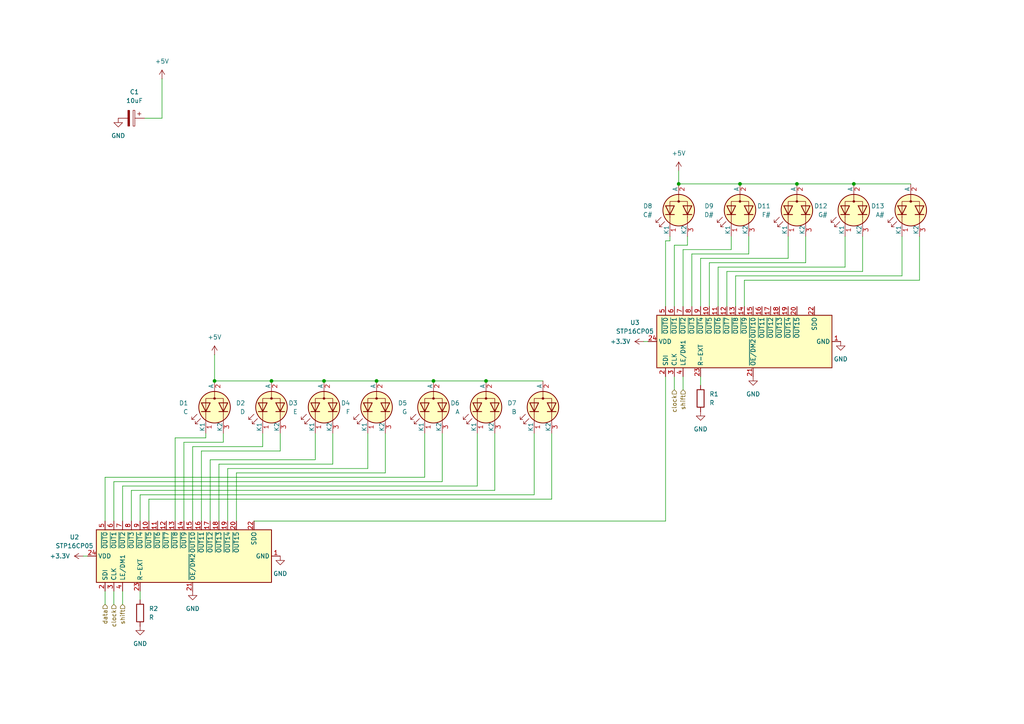
<source format=kicad_sch>
(kicad_sch (version 20231120) (generator "eeschema") (generator_version "8.0")
  (paper "A4")
  (lib_symbols
    (symbol "Device:LED_Dual_KAK" (pin_names (offset 0))
      (property "Reference" "D" (at 0 5.715 0))
      (property "Value" "LED_Dual_KAK" (at 0 -6.35 0))
      (symbol "LED_Dual_KAK_0_1"
        (circle (center -2.54 0) (radius 0.2794) (fill (type outline)))
        (polyline (pts (xy -4.572 0) (xy -2.54 0)))
        (polyline (pts (xy 1.27 -1.27) (xy 1.27 -3.81)) (stroke (width 0.254)))
        (polyline (pts (xy 1.27 3.81) (xy 1.27 1.27)) (stroke (width 0.254)))
        (polyline (pts (xy 3.81 -2.54) (xy 1.905 -2.54)))
        (polyline (pts (xy 3.81 2.54) (xy 1.905 2.54)))
        (polyline (pts (xy -1.27 -1.27) (xy -1.27 -3.81) (xy 1.27 -2.54) (xy -1.27 -1.27)) (stroke (width 0.254)))
        (polyline (pts (xy -1.27 3.81) (xy -1.27 1.27) (xy 1.27 2.54) (xy -1.27 3.81)) (stroke (width 0.254)))
        (polyline (pts (xy 2.032 2.54) (xy -2.54 2.54) (xy -2.54 -2.54) (xy 2.032 -2.54)))
        (polyline (pts (xy 2.032 5.08) (xy 3.556 6.604) (xy 2.794 6.604) (xy 3.556 6.604) (xy 3.556 5.842)))
        (polyline (pts (xy 3.302 4.064) (xy 4.826 5.588) (xy 4.064 5.588) (xy 4.826 5.588) (xy 4.826 4.826)))
        (circle (center 0 0) (radius 4.572) (stroke (width 0.254)) (fill (type background)))
      )
      (symbol "LED_Dual_KAK_1_1"
        (pin input line (at 7.62 2.54 180) (length 3.81) (name "K1") (number "1"))
        (pin input line (at -7.62 0 0) (length 3.048) (name "A") (number "2"))
        (pin input line (at 7.62 -2.54 180) (length 3.81) (name "K2") (number "3"))
      )
    )
    (symbol "Driver_LED:STP16CP05"
      (property "Reference" "U" (at -7.62 26.67 0))
      (property "Value" "STP16CP05" (at 1.27 26.67 0))
      (symbol "STP16CP05_0_1"
        (rectangle (start -7.62 25.4) (end 7.62 -25.4) (stroke (width 0.254)) (fill (type background)))
      )
      (symbol "STP16CP05_1_1"
        (pin power_in line (at 0 -27.94 90) (length 2.54) (name "GND") (number "1"))
        (pin output line (at 10.16 10.16 180) (length 2.54) (name "~{OUT5}") (number "10"))
        (pin output line (at 10.16 7.62 180) (length 2.54) (name "~{OUT6}") (number "11"))
        (pin output line (at 10.16 5.08 180) (length 2.54) (name "~{OUT7}") (number "12"))
        (pin output line (at 10.16 2.54 180) (length 2.54) (name "~{OUT8}") (number "13"))
        (pin output line (at 10.16 0 180) (length 2.54) (name "~{OUT9}") (number "14"))
        (pin output line (at 10.16 -2.54 180) (length 2.54) (name "~{OUT10}") (number "15"))
        (pin output line (at 10.16 -5.08 180) (length 2.54) (name "~{OUT11}") (number "16"))
        (pin output line (at 10.16 -7.62 180) (length 2.54) (name "~{OUT12}") (number "17"))
        (pin output line (at 10.16 -10.16 180) (length 2.54) (name "~{OUT13}") (number "18"))
        (pin output line (at 10.16 -12.7 180) (length 2.54) (name "~{OUT14}") (number "19"))
        (pin input line (at -10.16 22.86 0) (length 2.54) (name "SDI") (number "2"))
        (pin output line (at 10.16 -15.24 180) (length 2.54) (name "~{OUT15}") (number "20"))
        (pin input line (at -10.16 -2.54 0) (length 2.54) (name "~{OE/DM2}") (number "21"))
        (pin output line (at 10.16 -20.32 180) (length 2.54) (name "SDO") (number "22"))
        (pin passive line (at -10.16 12.7 0) (length 2.54) (name "R-EXT") (number "23"))
        (pin power_in line (at 0 27.94 270) (length 2.54) (name "VDD") (number "24"))
        (pin input line (at -10.16 20.32 0) (length 2.54) (name "CLK") (number "3"))
        (pin input line (at -10.16 17.78 0) (length 2.54) (name "LE/DM1") (number "4"))
        (pin output line (at 10.16 22.86 180) (length 2.54) (name "~{OUT0}") (number "5"))
        (pin output line (at 10.16 20.32 180) (length 2.54) (name "~{OUT1}") (number "6"))
        (pin output line (at 10.16 17.78 180) (length 2.54) (name "~{OUT2}") (number "7"))
        (pin output line (at 10.16 15.24 180) (length 2.54) (name "~{OUT3}") (number "8"))
        (pin output line (at 10.16 12.7 180) (length 2.54) (name "~{OUT4}") (number "9"))
      )
    )
    (symbol "KitsBlips:+5V" (power) (pin_numbers hide) (pin_names (offset 0) hide)
      (property "Value" "+5V" (at 0 3.556 0))
      (symbol "+5V_0_1"
        (polyline (pts (xy -0.762 1.27) (xy 0 2.54)))
        (polyline (pts (xy 0 0) (xy 0 2.54)))
        (polyline (pts (xy 0 2.54) (xy 0.762 1.27)))
      )
      (symbol "+5V_1_1"
        (pin power_in line (at 0 0 90) (length 0) (name "~") (number "1"))
      )
    )
    (symbol "KitsBlips:C_Polarized" (pin_numbers hide) (pin_names (offset 0.254))
      (property "Reference" "C" (at 0.635 2.54 0))
      (property "Value" "C_Polarized" (at 0.635 -2.54 0))
      (symbol "C_Polarized_0_1"
        (rectangle (start -2.286 0.508) (end 2.286 1.016))
        (polyline (pts (xy -1.778 2.286) (xy -0.762 2.286)))
        (polyline (pts (xy -1.27 2.794) (xy -1.27 1.778)))
        (rectangle (start 2.286 -0.508) (end -2.286 -1.016) (fill (type outline)))
      )
      (symbol "C_Polarized_1_1"
        (pin passive line (at 0 3.81 270) (length 2.794) (name "~") (number "1"))
        (pin passive line (at 0 -3.81 90) (length 2.794) (name "~") (number "2"))
      )
    )
    (symbol "KitsBlips:R" (pin_numbers hide) (pin_names (offset 0))
      (property "Reference" "R" (at 2.032 0 90))
      (property "Value" "R" (at 0 0 90))
      (symbol "R_0_1"
        (rectangle (start -1.016 -2.54) (end 1.016 2.54) (stroke (width 0.254)))
      )
      (symbol "R_1_1"
        (pin passive line (at 0 3.81 270) (length 1.27) (name "~") (number "1"))
        (pin passive line (at 0 -3.81 90) (length 1.27) (name "~") (number "2"))
      )
    )
    (symbol "PCM_4ms_Power-symbol:+3.3V" (power) (pin_names (offset 0))
      (property "Value" "+3.3V" (at 0 3.556 0))
      (symbol "+3.3V_0_1"
        (polyline (pts (xy -0.762 1.27) (xy 0 2.54)))
        (polyline (pts (xy 0 0) (xy 0 2.54)))
        (polyline (pts (xy 0 2.54) (xy 0.762 1.27)))
      )
      (symbol "+3.3V_1_1"
        (pin power_in line (at 0 0 90) (length 0) hide (name "+3V3") (number "1"))
      )
    )
    (symbol "power:GND" (power) (pin_numbers hide) (pin_names (offset 0) hide)
      (property "Value" "GND" (at 0 -3.81 0))
      (symbol "GND_0_1"
        (polyline (pts (xy 0 0) (xy 0 -1.27) (xy 1.27 -1.27) (xy 0 -2.54) (xy -1.27 -1.27) (xy 0 -1.27)))
      )
      (symbol "GND_1_1"
        (pin power_in line (at 0 0 270) (length 0) (name "~") (number "1"))
      )
    )
  )
  (junction (at 125.73 110.49))
  (junction (at 62.23 110.49))
  (junction (at 214.63 53.34))
  (junction (at 196.85 53.34))
  (junction (at 140.97 110.49))
  (junction (at 231.14 53.34))
  (junction (at 109.22 110.49))
  (junction (at 78.74 110.49))
  (junction (at 93.98 110.49))
  (junction (at 247.65 53.34))
  (wire (pts (xy 154.94 125.73) (xy 154.94 143.51)))
  (wire (pts (xy 195.58 71.12) (xy 199.39 71.12)))
  (wire (pts (xy 250.19 68.58) (xy 250.19 78.74)))
  (wire (pts (xy 111.76 137.16) (xy 68.58 137.16)))
  (wire (pts (xy 217.17 68.58) (xy 217.17 73.66)))
  (wire (pts (xy 106.68 135.89) (xy 66.04 135.89)))
  (wire (pts (xy 138.43 125.73) (xy 138.43 140.97)))
  (wire (pts (xy 33.02 171.45) (xy 33.02 175.26)))
  (wire (pts (xy 35.56 140.97) (xy 35.56 151.13)))
  (wire (pts (xy 214.63 53.34) (xy 231.14 53.34)))
  (wire (pts (xy 81.28 125.73) (xy 81.28 130.81)))
  (wire (pts (xy 215.9 81.28) (xy 215.9 88.9)))
  (wire (pts (xy 109.22 110.49) (xy 125.73 110.49)))
  (wire (pts (xy 64.77 128.27) (xy 53.34 128.27)))
  (wire (pts (xy 195.58 109.22) (xy 195.58 113.03)))
  (wire (pts (xy 128.27 125.73) (xy 128.27 139.7)))
  (wire (pts (xy 261.62 68.58) (xy 261.62 80.01)))
  (wire (pts (xy 30.48 138.43) (xy 30.48 151.13)))
  (wire (pts (xy 123.19 125.73) (xy 123.19 138.43)))
  (wire (pts (xy 63.5 134.62) (xy 63.5 151.13)))
  (wire (pts (xy 96.52 134.62) (xy 63.5 134.62)))
  (wire (pts (xy 266.7 68.58) (xy 266.7 81.28)))
  (wire (pts (xy 62.23 110.49) (xy 78.74 110.49)))
  (wire (pts (xy 160.02 144.78) (xy 43.18 144.78)))
  (wire (pts (xy 160.02 125.73) (xy 160.02 144.78)))
  (wire (pts (xy 64.77 125.73) (xy 64.77 128.27)))
  (wire (pts (xy 76.2 125.73) (xy 76.2 129.54)))
  (wire (pts (xy 210.82 78.74) (xy 210.82 88.9)))
  (wire (pts (xy 196.85 53.34) (xy 214.63 53.34)))
  (wire (pts (xy 128.27 139.7) (xy 33.02 139.7)))
  (wire (pts (xy 35.56 171.45) (xy 35.56 175.26)))
  (wire (pts (xy 266.7 81.28) (xy 215.9 81.28)))
  (wire (pts (xy 96.52 125.73) (xy 96.52 134.62)))
  (wire (pts (xy 198.12 72.39) (xy 198.12 88.9)))
  (wire (pts (xy 195.58 71.12) (xy 195.58 88.9)))
  (wire (pts (xy 50.8 151.13) (xy 50.8 127)))
  (wire (pts (xy 125.73 110.49) (xy 140.97 110.49)))
  (wire (pts (xy 198.12 109.22) (xy 198.12 113.03)))
  (wire (pts (xy 30.48 175.26) (xy 30.48 171.45)))
  (wire (pts (xy 250.19 78.74) (xy 210.82 78.74)))
  (wire (pts (xy 203.2 74.93) (xy 203.2 88.9)))
  (wire (pts (xy 208.28 77.47) (xy 208.28 88.9)))
  (wire (pts (xy 58.42 130.81) (xy 58.42 151.13)))
  (wire (pts (xy 111.76 125.73) (xy 111.76 137.16)))
  (wire (pts (xy 217.17 73.66) (xy 200.66 73.66)))
  (wire (pts (xy 73.66 151.13) (xy 193.04 151.13)))
  (wire (pts (xy 43.18 144.78) (xy 43.18 151.13)))
  (wire (pts (xy 46.99 22.86) (xy 46.99 34.29)))
  (wire (pts (xy 140.97 110.49) (xy 157.48 110.49)))
  (wire (pts (xy 186.69 99.06) (xy 187.96 99.06)))
  (wire (pts (xy 245.11 68.58) (xy 245.11 77.47)))
  (wire (pts (xy 143.51 125.73) (xy 143.51 142.24)))
  (wire (pts (xy 245.11 77.47) (xy 208.28 77.47)))
  (wire (pts (xy 194.31 68.58) (xy 194.31 69.85)))
  (wire (pts (xy 41.91 34.29) (xy 46.99 34.29)))
  (wire (pts (xy 212.09 72.39) (xy 212.09 68.58)))
  (wire (pts (xy 200.66 73.66) (xy 200.66 88.9)))
  (wire (pts (xy 233.68 68.58) (xy 233.68 76.2)))
  (wire (pts (xy 59.69 127) (xy 59.69 125.73)))
  (wire (pts (xy 233.68 76.2) (xy 205.74 76.2)))
  (wire (pts (xy 143.51 142.24) (xy 38.1 142.24)))
  (wire (pts (xy 81.28 130.81) (xy 58.42 130.81)))
  (wire (pts (xy 212.09 72.39) (xy 198.12 72.39)))
  (wire (pts (xy 213.36 80.01) (xy 213.36 88.9)))
  (wire (pts (xy 91.44 125.73) (xy 91.44 133.35)))
  (wire (pts (xy 138.43 140.97) (xy 35.56 140.97)))
  (wire (pts (xy 228.6 74.93) (xy 203.2 74.93)))
  (wire (pts (xy 53.34 128.27) (xy 53.34 151.13)))
  (wire (pts (xy 24.13 161.29) (xy 25.4 161.29)))
  (wire (pts (xy 228.6 68.58) (xy 228.6 74.93)))
  (wire (pts (xy 123.19 138.43) (xy 30.48 138.43)))
  (wire (pts (xy 193.04 69.85) (xy 193.04 88.9)))
  (wire (pts (xy 261.62 80.01) (xy 213.36 80.01)))
  (wire (pts (xy 33.02 139.7) (xy 33.02 151.13)))
  (wire (pts (xy 62.23 102.87) (xy 62.23 110.49)))
  (wire (pts (xy 38.1 142.24) (xy 38.1 151.13)))
  (wire (pts (xy 106.68 125.73) (xy 106.68 135.89)))
  (wire (pts (xy 196.85 49.53) (xy 196.85 53.34)))
  (wire (pts (xy 66.04 135.89) (xy 66.04 151.13)))
  (wire (pts (xy 55.88 129.54) (xy 55.88 151.13)))
  (wire (pts (xy 60.96 133.35) (xy 60.96 151.13)))
  (wire (pts (xy 93.98 110.49) (xy 109.22 110.49)))
  (wire (pts (xy 68.58 137.16) (xy 68.58 151.13)))
  (wire (pts (xy 203.2 111.76) (xy 203.2 109.22)))
  (wire (pts (xy 154.94 143.51) (xy 40.64 143.51)))
  (wire (pts (xy 40.64 143.51) (xy 40.64 151.13)))
  (wire (pts (xy 76.2 129.54) (xy 55.88 129.54)))
  (wire (pts (xy 199.39 71.12) (xy 199.39 68.58)))
  (wire (pts (xy 231.14 53.34) (xy 247.65 53.34)))
  (wire (pts (xy 40.64 171.45) (xy 40.64 173.99)))
  (wire (pts (xy 91.44 133.35) (xy 60.96 133.35)))
  (wire (pts (xy 247.65 53.34) (xy 264.16 53.34)))
  (wire (pts (xy 78.74 110.49) (xy 93.98 110.49)))
  (wire (pts (xy 193.04 109.22) (xy 193.04 151.13)))
  (wire (pts (xy 194.31 69.85) (xy 193.04 69.85)))
  (wire (pts (xy 205.74 76.2) (xy 205.74 88.9)))
  (wire (pts (xy 59.69 127) (xy 50.8 127)))
  (hierarchical_label "shift" (shape input) (at 35.56 175.26 270))
  (hierarchical_label "data" (shape input) (at 30.48 175.26 270))
  (hierarchical_label "shift" (shape input) (at 198.12 113.03 270))
  (hierarchical_label "clock" (shape input) (at 33.02 175.26 270))
  (hierarchical_label "clock" (shape input) (at 195.58 113.03 270))
  (symbol (lib_id "KitsBlips:R") (at 203.2 115.57 0) (unit 1)
    (property "Reference" "R1" (at 205.74 114.2999 0) (effects (justify left)))
    (property "Value" "R" (at 205.74 116.8399 0) (effects (justify left)))
    (property "Footprint" "Resistor_THT:R_Axial_DIN0207_L6.3mm_D2.5mm_P7.62mm_Horizontal" (effects (hide yes)))
    (property "Description" "Resistor" (effects (hide yes)))
  )
  (symbol (lib_id "Driver_LED:STP16CP05") (at 53.34 161.29 90) (unit 1)
    (property "Reference" "U2" (at 21.59 155.7938 90))
    (property "Value" "STP16CP05" (at 21.59 158.3338 90))
    (property "Footprint" "Package_SO:SOIC-24W_7.5x15.4mm_P1.27mm" (effects (hide yes)))
    (property "Datasheet" "https://www.st.com/resource/en/datasheet/stp16cp05.pdf" (effects (hide yes)))
    (property "Description" "16-bit constant current LED sink driver" (effects (hide yes)))
  )
  (symbol (lib_id "power:GND") (at 34.29 34.29 0) (unit 1)
    (property "Reference" "#PWR022" (effects (hide yes)))
    (property "Value" "GND" (at 34.29 39.37 0))
    (property "Description" "Power symbol creates a global label with name \"GND\" , ground" (effects (hide yes)))
  )
  (symbol (lib_id "power:GND") (at 55.88 171.45 0) (unit 1)
    (property "Reference" "#PWR018" (effects (hide yes)))
    (property "Value" "GND" (at 55.88 176.53 0))
    (property "Description" "Power symbol creates a global label with name \"GND\" , ground" (effects (hide yes)))
  )
  (symbol (lib_id "PCM_4ms_Power-symbol:+3.3V") (at 186.69 99.06 90) (unit 1)
    (property "Reference" "#PWR023" (effects (hide yes)))
    (property "Value" "+3.3V" (at 182.88 99.0599 90) (effects (justify left)))
  )
  (symbol (lib_id "Device:LED_Dual_KAK") (at 140.97 118.11 90) (mirror x) (unit 1)
    (property "Reference" "D6" (at 133.35 116.9034 90) (effects (justify left)))
    (property "Value" "A" (at 133.35 119.4434 90) (effects (justify left)))
    (property "Footprint" "LED_THT:LED_D3.0mm-3" (effects (hide yes)))
    (property "Description" "Dual LED, common anode on pin 2" (effects (hide yes)))
  )
  (symbol (lib_id "Device:LED_Dual_KAK") (at 93.98 118.11 90) (mirror x) (unit 1)
    (property "Reference" "D3" (at 86.36 116.9034 90) (effects (justify left)))
    (property "Value" "E" (at 86.36 119.4434 90) (effects (justify left)))
    (property "Footprint" "LED_THT:LED_D3.0mm-3" (effects (hide yes)))
    (property "Description" "Dual LED, common anode on pin 2" (effects (hide yes)))
  )
  (symbol (lib_id "Device:LED_Dual_KAK") (at 62.23 118.11 90) (mirror x) (unit 1)
    (property "Reference" "D1" (at 54.61 116.9034 90) (effects (justify left)))
    (property "Value" "C" (at 54.61 119.4434 90) (effects (justify left)))
    (property "Footprint" "LED_THT:LED_D3.0mm-3" (effects (hide yes)))
    (property "Description" "Dual LED, common anode on pin 2" (effects (hide yes)))
  )
  (symbol (lib_id "KitsBlips:R") (at 40.64 177.8 0) (unit 1)
    (property "Reference" "R2" (at 43.18 176.5299 0) (effects (justify left)))
    (property "Value" "R" (at 43.18 179.0699 0) (effects (justify left)))
    (property "Footprint" "Resistor_THT:R_Axial_DIN0207_L6.3mm_D2.5mm_P7.62mm_Horizontal" (effects (hide yes)))
    (property "Description" "Resistor" (effects (hide yes)))
  )
  (symbol (lib_id "Device:LED_Dual_KAK") (at 157.48 118.11 90) (mirror x) (unit 1)
    (property "Reference" "D7" (at 149.86 116.9034 90) (effects (justify left)))
    (property "Value" "B" (at 149.86 119.4434 90) (effects (justify left)))
    (property "Footprint" "LED_THT:LED_D3.0mm-3" (effects (hide yes)))
    (property "Description" "Dual LED, common anode on pin 2" (effects (hide yes)))
  )
  (symbol (lib_id "KitsBlips:C_Polarized") (at 38.1 34.29 270) (unit 1)
    (property "Reference" "C1" (at 38.989 26.67 90))
    (property "Value" "10uF" (at 38.989 29.21 90))
    (property "Footprint" "KitsBlips:CP_Radial_P2.5mm" (effects (hide yes)))
    (property "Description" "Polarized capacitor" (effects (hide yes)))
  )
  (symbol (lib_id "power:GND") (at 40.64 181.61 0) (unit 1)
    (property "Reference" "#PWR021" (effects (hide yes)))
    (property "Value" "GND" (at 40.64 186.69 0))
    (property "Description" "Power symbol creates a global label with name \"GND\" , ground" (effects (hide yes)))
  )
  (symbol (lib_id "power:GND") (at 203.2 119.38 0) (unit 1)
    (property "Reference" "#PWR020" (effects (hide yes)))
    (property "Value" "GND" (at 203.2 124.46 0))
    (property "Description" "Power symbol creates a global label with name \"GND\" , ground" (effects (hide yes)))
  )
  (symbol (lib_id "Device:LED_Dual_KAK") (at 109.22 118.11 90) (mirror x) (unit 1)
    (property "Reference" "D4" (at 101.6 116.9034 90) (effects (justify left)))
    (property "Value" "F" (at 101.6 119.4434 90) (effects (justify left)))
    (property "Footprint" "LED_THT:LED_D3.0mm-3" (effects (hide yes)))
    (property "Description" "Dual LED, common anode on pin 2" (effects (hide yes)))
  )
  (symbol (lib_id "KitsBlips:+5V") (at 62.23 102.87 0) (unit 1)
    (property "Reference" "#PWR026" (effects (hide yes)))
    (property "Value" "+5V" (at 62.23 97.79 0))
    (property "Description" "Power symbol creates a global label with name \"+5V\"" (effects (hide yes)))
  )
  (symbol (lib_id "Device:LED_Dual_KAK") (at 247.65 60.96 90) (mirror x) (unit 1)
    (property "Reference" "D12" (at 240.03 59.7534 90) (effects (justify left)))
    (property "Value" "G#" (at 240.03 62.2934 90) (effects (justify left)))
    (property "Footprint" "LED_THT:LED_D3.0mm-3" (effects (hide yes)))
    (property "Description" "Dual LED, common anode on pin 2" (effects (hide yes)))
  )
  (symbol (lib_id "Device:LED_Dual_KAK") (at 78.74 118.11 90) (mirror x) (unit 1)
    (property "Reference" "D2" (at 71.12 116.9034 90) (effects (justify left)))
    (property "Value" "D" (at 71.12 119.4434 90) (effects (justify left)))
    (property "Footprint" "LED_THT:LED_D3.0mm-3" (effects (hide yes)))
    (property "Description" "Dual LED, common anode on pin 2" (effects (hide yes)))
  )
  (symbol (lib_id "Device:LED_Dual_KAK") (at 231.14 60.96 90) (mirror x) (unit 1)
    (property "Reference" "D11" (at 223.52 59.7534 90) (effects (justify left)))
    (property "Value" "F#" (at 223.52 62.2934 90) (effects (justify left)))
    (property "Footprint" "LED_THT:LED_D3.0mm-3" (effects (hide yes)))
    (property "Description" "Dual LED, common anode on pin 2" (effects (hide yes)))
  )
  (symbol (lib_id "PCM_4ms_Power-symbol:+3.3V") (at 24.13 161.29 90) (unit 1)
    (property "Reference" "#PWR016" (effects (hide yes)))
    (property "Value" "+3.3V" (at 20.32 161.2899 90) (effects (justify left)))
  )
  (symbol (lib_id "Device:LED_Dual_KAK") (at 214.63 60.96 90) (mirror x) (unit 1)
    (property "Reference" "D9" (at 207.01 59.7534 90) (effects (justify left)))
    (property "Value" "D#" (at 207.01 62.2934 90) (effects (justify left)))
    (property "Footprint" "LED_THT:LED_D3.0mm-3" (effects (hide yes)))
    (property "Description" "Dual LED, common anode on pin 2" (effects (hide yes)))
  )
  (symbol (lib_id "Device:LED_Dual_KAK") (at 125.73 118.11 90) (mirror x) (unit 1)
    (property "Reference" "D5" (at 118.11 116.9034 90) (effects (justify left)))
    (property "Value" "G" (at 118.11 119.4434 90) (effects (justify left)))
    (property "Footprint" "LED_THT:LED_D3.0mm-3" (effects (hide yes)))
    (property "Description" "Dual LED, common anode on pin 2" (effects (hide yes)))
  )
  (symbol (lib_id "power:GND") (at 243.84 99.06 0) (unit 1)
    (property "Reference" "#PWR019" (effects (hide yes)))
    (property "Value" "GND" (at 243.84 104.14 0))
    (property "Description" "Power symbol creates a global label with name \"GND\" , ground" (effects (hide yes)))
  )
  (symbol (lib_id "Device:LED_Dual_KAK") (at 264.16 60.96 90) (mirror x) (unit 1)
    (property "Reference" "D13" (at 256.54 59.7534 90) (effects (justify left)))
    (property "Value" "A#" (at 256.54 62.2934 90) (effects (justify left)))
    (property "Footprint" "LED_THT:LED_D3.0mm-3" (effects (hide yes)))
    (property "Description" "Dual LED, common anode on pin 2" (effects (hide yes)))
  )
  (symbol (lib_id "KitsBlips:+5V") (at 46.99 22.86 0) (unit 1)
    (property "Reference" "#PWR015" (effects (hide yes)))
    (property "Value" "+5V" (at 46.99 17.78 0))
    (property "Description" "Power symbol creates a global label with name \"+5V\"" (effects (hide yes)))
  )
  (symbol (lib_id "Device:LED_Dual_KAK") (at 196.85 60.96 90) (mirror x) (unit 1)
    (property "Reference" "D8" (at 189.23 59.7534 90) (effects (justify left)))
    (property "Value" "C#" (at 189.23 62.2934 90) (effects (justify left)))
    (property "Footprint" "LED_THT:LED_D3.0mm-3" (effects (hide yes)))
    (property "Description" "Dual LED, common anode on pin 2" (effects (hide yes)))
  )
  (symbol (lib_id "Driver_LED:STP16CP05") (at 215.9 99.06 90) (unit 1)
    (property "Reference" "U3" (at 184.15 93.5638 90))
    (property "Value" "STP16CP05" (at 184.15 96.1038 90))
    (property "Footprint" "Package_SO:SOIC-24W_7.5x15.4mm_P1.27mm" (effects (hide yes)))
    (property "Datasheet" "https://www.st.com/resource/en/datasheet/stp16cp05.pdf" (effects (hide yes)))
    (property "Description" "16-bit constant current LED sink driver" (effects (hide yes)))
  )
  (symbol (lib_id "power:GND") (at 218.44 109.22 0) (unit 1)
    (property "Reference" "#PWR025" (effects (hide yes)))
    (property "Value" "GND" (at 218.44 114.3 0))
    (property "Description" "Power symbol creates a global label with name \"GND\" , ground" (effects (hide yes)))
  )
  (symbol (lib_id "power:GND") (at 81.28 161.29 0) (unit 1)
    (property "Reference" "#PWR017" (effects (hide yes)))
    (property "Value" "GND" (at 81.28 166.37 0))
    (property "Description" "Power symbol creates a global label with name \"GND\" , ground" (effects (hide yes)))
  )
  (symbol (lib_id "KitsBlips:+5V") (at 196.85 49.53 0) (unit 1)
    (property "Reference" "#PWR027" (effects (hide yes)))
    (property "Value" "+5V" (at 196.85 44.45 0))
    (property "Description" "Power symbol creates a global label with name \"+5V\"" (effects (hide yes)))
  )
)
</source>
